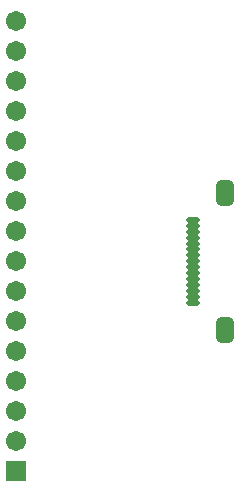
<source format=gts>
G04*
G04 #@! TF.GenerationSoftware,Altium Limited,Altium Designer,18.0.12 (696)*
G04*
G04 Layer_Color=8388736*
%FSLAX25Y25*%
%MOIN*%
G70*
G01*
G75*
G04:AMPARAMS|DCode=15|XSize=47.37mil|YSize=19.81mil|CornerRadius=6.95mil|HoleSize=0mil|Usage=FLASHONLY|Rotation=180.000|XOffset=0mil|YOffset=0mil|HoleType=Round|Shape=RoundedRectangle|*
%AMROUNDEDRECTD15*
21,1,0.04737,0.00591,0,0,180.0*
21,1,0.03347,0.01981,0,0,180.0*
1,1,0.01391,-0.01673,0.00295*
1,1,0.01391,0.01673,0.00295*
1,1,0.01391,0.01673,-0.00295*
1,1,0.01391,-0.01673,-0.00295*
%
%ADD15ROUNDEDRECTD15*%
G04:AMPARAMS|DCode=16|XSize=59.18mil|YSize=86.74mil|CornerRadius=16.8mil|HoleSize=0mil|Usage=FLASHONLY|Rotation=180.000|XOffset=0mil|YOffset=0mil|HoleType=Round|Shape=RoundedRectangle|*
%AMROUNDEDRECTD16*
21,1,0.05918,0.05315,0,0,180.0*
21,1,0.02559,0.08674,0,0,180.0*
1,1,0.03359,-0.01280,0.02657*
1,1,0.03359,0.01280,0.02657*
1,1,0.03359,0.01280,-0.02657*
1,1,0.03359,-0.01280,-0.02657*
%
%ADD16ROUNDEDRECTD16*%
%ADD17R,0.06706X0.06706*%
%ADD18C,0.06706*%
D15*
X179000Y166189D02*
D03*
Y168157D02*
D03*
Y170126D02*
D03*
Y172095D02*
D03*
Y174063D02*
D03*
Y176031D02*
D03*
Y178000D02*
D03*
Y179969D02*
D03*
Y181937D02*
D03*
Y183905D02*
D03*
Y185874D02*
D03*
Y187843D02*
D03*
Y189811D02*
D03*
Y191779D02*
D03*
Y193748D02*
D03*
D16*
X189630Y157134D02*
D03*
Y202803D02*
D03*
D17*
X120000Y110000D02*
D03*
D18*
Y120000D02*
D03*
Y130000D02*
D03*
Y140000D02*
D03*
Y150000D02*
D03*
Y160000D02*
D03*
Y170000D02*
D03*
Y180000D02*
D03*
Y190000D02*
D03*
Y200000D02*
D03*
Y210000D02*
D03*
Y220000D02*
D03*
Y230000D02*
D03*
Y240000D02*
D03*
Y250000D02*
D03*
Y260000D02*
D03*
M02*

</source>
